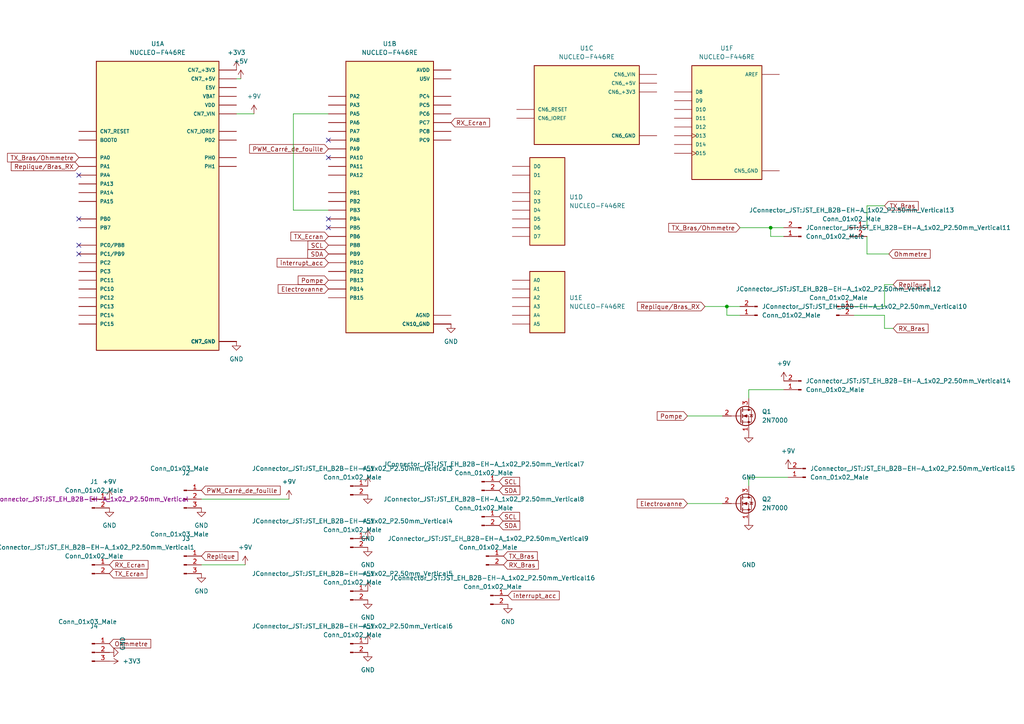
<source format=kicad_sch>
(kicad_sch (version 20211123) (generator eeschema)
  (paper "A4")
  (lib_symbols
    (symbol "Connector:Conn_01x02_Male" (pin_names (offset 1.016) hide)
      (property "Reference" "J" (at 0 2.54 0))
      (property "Value" "Conn_01x02_Male" (at 0 -5.08 0))
      (symbol "Conn_01x02_Male_1_1"
        (polyline (pts (xy 1.27 -2.54) (xy 0.8636 -2.54)) (stroke (width 0.1524)))
        (polyline (pts (xy 1.27 0) (xy 0.8636 0)) (stroke (width 0.1524)))
        (rectangle (start 0.8636 -2.413) (end 0 -2.667) (stroke (width 0.1524)) (fill (type outline)))
        (rectangle (start 0.8636 0.127) (end 0 -0.127) (stroke (width 0.1524)) (fill (type outline)))
        (pin passive line (at 5.08 0 180) (length 3.81) (name "Pin_1") (number "1"))
        (pin passive line (at 5.08 -2.54 180) (length 3.81) (name "Pin_2") (number "2"))
      )
    )
    (symbol "Connector:Conn_01x03_Male" (pin_names (offset 1.016) hide)
      (property "Reference" "J" (at 0 5.08 0))
      (property "Value" "Conn_01x03_Male" (at 0 -5.08 0))
      (symbol "Conn_01x03_Male_1_1"
        (polyline (pts (xy 1.27 -2.54) (xy 0.8636 -2.54)) (stroke (width 0.1524)))
        (polyline (pts (xy 1.27 0) (xy 0.8636 0)) (stroke (width 0.1524)))
        (polyline (pts (xy 1.27 2.54) (xy 0.8636 2.54)) (stroke (width 0.1524)))
        (rectangle (start 0.8636 -2.413) (end 0 -2.667) (stroke (width 0.1524)) (fill (type outline)))
        (rectangle (start 0.8636 0.127) (end 0 -0.127) (stroke (width 0.1524)) (fill (type outline)))
        (rectangle (start 0.8636 2.667) (end 0 2.413) (stroke (width 0.1524)) (fill (type outline)))
        (pin passive line (at 5.08 2.54 180) (length 3.81) (name "Pin_1") (number "1"))
        (pin passive line (at 5.08 0 180) (length 3.81) (name "Pin_2") (number "2"))
        (pin passive line (at 5.08 -2.54 180) (length 3.81) (name "Pin_3") (number "3"))
      )
    )
    (symbol "NUCLEO-F446RE:NUCLEO-F446RE" (pin_numbers hide) (pin_names (offset 1.016))
      (property "Reference" "U" (at -17.78 41.91 0))
      (property "Value" "NUCLEO-F446RE" (at -17.78 -44.45 0))
      (symbol "NUCLEO-F446RE_1_0"
        (rectangle (start -17.78 -43.18) (end 17.78 40.64) (stroke (width 0.254)) (fill (type background)))
        (pin bidirectional line (at -22.86 -25.4 0) (length 5.08) (name "PC10") (number "CN7_1"))
        (pin bidirectional line (at 22.86 20.32 180) (length 5.08) (name "CN7_IOREF") (number "CN7_12"))
        (pin bidirectional line (at -22.86 5.08 0) (length 5.08) (name "PA13") (number "CN7_13"))
        (pin bidirectional line (at -22.86 20.32 0) (length 5.08) (name "CN7_RESET") (number "CN7_14"))
        (pin bidirectional line (at -22.86 2.54 0) (length 5.08) (name "PA14") (number "CN7_15"))
        (pin power_in line (at 22.86 38.1 180) (length 5.08) (name "CN7_+3V3") (number "CN7_16"))
        (pin bidirectional line (at -22.86 0 0) (length 5.08) (name "PA15") (number "CN7_17"))
        (pin power_in line (at 22.86 35.56 180) (length 5.08) (name "CN7_+5V") (number "CN7_18"))
        (pin power_in line (at 22.86 -40.64 180) (length 5.08) (name "CN7_GND") (number "CN7_19"))
        (pin bidirectional line (at -22.86 -22.86 0) (length 5.08) (name "PC11") (number "CN7_2"))
        (pin power_in line (at 22.86 -40.64 180) (length 5.08) (name "CN7_GND") (number "CN7_20"))
        (pin bidirectional line (at -22.86 -7.62 0) (length 5.08) (name "PB7") (number "CN7_21"))
        (pin power_in line (at 22.86 -40.64 180) (length 5.08) (name "CN7_GND") (number "CN7_22"))
        (pin bidirectional line (at -22.86 -30.48 0) (length 5.08) (name "PC13") (number "CN7_23"))
        (pin power_in line (at 22.86 25.4 180) (length 5.08) (name "CN7_VIN") (number "CN7_24"))
        (pin bidirectional line (at -22.86 -33.02 0) (length 5.08) (name "PC14") (number "CN7_25"))
        (pin bidirectional line (at -22.86 -35.56 0) (length 5.08) (name "PC15") (number "CN7_27"))
        (pin bidirectional line (at -22.86 12.7 0) (length 5.08) (name "PA0") (number "CN7_28"))
        (pin bidirectional line (at 22.86 12.7 180) (length 5.08) (name "PH0") (number "CN7_29"))
        (pin bidirectional line (at -22.86 -27.94 0) (length 5.08) (name "PC12") (number "CN7_3"))
        (pin bidirectional line (at -22.86 10.16 0) (length 5.08) (name "PA1") (number "CN7_30"))
        (pin bidirectional line (at 22.86 10.16 180) (length 5.08) (name "PH1") (number "CN7_31"))
        (pin bidirectional line (at -22.86 7.62 0) (length 5.08) (name "PA4") (number "CN7_32"))
        (pin power_in line (at 22.86 30.48 180) (length 5.08) (name "VBAT") (number "CN7_33"))
        (pin bidirectional line (at -22.86 -5.08 0) (length 5.08) (name "PB0") (number "CN7_34"))
        (pin bidirectional line (at -22.86 -17.78 0) (length 5.08) (name "PC2") (number "CN7_35"))
        (pin bidirectional line (at -22.86 -15.24 0) (length 5.08) (name "PC1/PB9") (number "CN7_36"))
        (pin bidirectional line (at -22.86 -20.32 0) (length 5.08) (name "PC3") (number "CN7_37"))
        (pin bidirectional line (at -22.86 -12.7 0) (length 5.08) (name "PC0/PB8") (number "CN7_38"))
        (pin bidirectional line (at 22.86 17.78 180) (length 5.08) (name "PD2") (number "CN7_4"))
        (pin power_in line (at 22.86 27.94 180) (length 5.08) (name "VDD") (number "CN7_5"))
        (pin power_in line (at 22.86 33.02 180) (length 5.08) (name "E5V") (number "CN7_6"))
        (pin bidirectional line (at -22.86 17.78 0) (length 5.08) (name "BOOT0") (number "CN7_7"))
        (pin power_in line (at 22.86 -40.64 180) (length 5.08) (name "CN7_GND") (number "CN7_8"))
      )
      (symbol "NUCLEO-F446RE_2_0"
        (rectangle (start -12.7 -40.64) (end 12.7 38.1) (stroke (width 0.254)) (fill (type background)))
        (pin bidirectional line (at 17.78 15.24 180) (length 5.08) (name "PC9") (number "CN10_1"))
        (pin bidirectional line (at -17.78 22.86 0) (length 5.08) (name "PA5") (number "CN10_11"))
        (pin bidirectional line (at -17.78 5.08 0) (length 5.08) (name "PA12") (number "CN10_12"))
        (pin bidirectional line (at -17.78 20.32 0) (length 5.08) (name "PA6") (number "CN10_13"))
        (pin bidirectional line (at -17.78 7.62 0) (length 5.08) (name "PA11") (number "CN10_14"))
        (pin bidirectional line (at -17.78 17.78 0) (length 5.08) (name "PA7") (number "CN10_15"))
        (pin bidirectional line (at -17.78 -22.86 0) (length 5.08) (name "PB12") (number "CN10_16"))
        (pin bidirectional line (at -17.78 -12.7 0) (length 5.08) (name "PB6") (number "CN10_17"))
        (pin bidirectional line (at 17.78 20.32 180) (length 5.08) (name "PC7") (number "CN10_19"))
        (pin bidirectional line (at 17.78 17.78 180) (length 5.08) (name "PC8") (number "CN10_2"))
        (pin power_in line (at 17.78 -38.1 180) (length 5.08) (name "CN10_GND") (number "CN10_20"))
        (pin bidirectional line (at -17.78 12.7 0) (length 5.08) (name "PA9") (number "CN10_21"))
        (pin bidirectional line (at -17.78 -2.54 0) (length 5.08) (name "PB2") (number "CN10_22"))
        (pin bidirectional line (at -17.78 15.24 0) (length 5.08) (name "PA8") (number "CN10_23"))
        (pin bidirectional line (at -17.78 0 0) (length 5.08) (name "PB1") (number "CN10_24"))
        (pin bidirectional line (at -17.78 -20.32 0) (length 5.08) (name "PB10") (number "CN10_25"))
        (pin bidirectional line (at -17.78 -30.48 0) (length 5.08) (name "PB15") (number "CN10_26"))
        (pin bidirectional line (at -17.78 -7.62 0) (length 5.08) (name "PB4") (number "CN10_27"))
        (pin bidirectional line (at -17.78 -27.94 0) (length 5.08) (name "PB14") (number "CN10_28"))
        (pin bidirectional line (at -17.78 -10.16 0) (length 5.08) (name "PB5") (number "CN10_29"))
        (pin bidirectional line (at -17.78 -15.24 0) (length 5.08) (name "PB8") (number "CN10_3"))
        (pin bidirectional line (at -17.78 -25.4 0) (length 5.08) (name "PB13") (number "CN10_30"))
        (pin bidirectional line (at -17.78 -5.08 0) (length 5.08) (name "PB3") (number "CN10_31"))
        (pin power_in line (at 17.78 -35.56 180) (length 5.08) (name "AGND") (number "CN10_32"))
        (pin bidirectional line (at -17.78 10.16 0) (length 5.08) (name "PA10") (number "CN10_33"))
        (pin bidirectional line (at 17.78 27.94 180) (length 5.08) (name "PC4") (number "CN10_34"))
        (pin bidirectional line (at -17.78 27.94 0) (length 5.08) (name "PA2") (number "CN10_35"))
        (pin bidirectional line (at -17.78 25.4 0) (length 5.08) (name "PA3") (number "CN10_37"))
        (pin bidirectional line (at 17.78 22.86 180) (length 5.08) (name "PC6") (number "CN10_4"))
        (pin bidirectional line (at -17.78 -17.78 0) (length 5.08) (name "PB9") (number "CN10_5"))
        (pin bidirectional line (at 17.78 25.4 180) (length 5.08) (name "PC5") (number "CN10_6"))
        (pin power_in line (at 17.78 35.56 180) (length 5.08) (name "AVDD") (number "CN10_7"))
        (pin power_in line (at 17.78 33.02 180) (length 5.08) (name "U5V") (number "CN10_8"))
        (pin power_in line (at 17.78 -38.1 180) (length 5.08) (name "CN10_GND") (number "CN10_9"))
      )
      (symbol "NUCLEO-F446RE_3_0"
        (rectangle (start -15.24 -12.7) (end 15.24 10.16) (stroke (width 0.254)) (fill (type background)))
        (pin bidirectional line (at -20.32 -5.08 0) (length 5.08) (name "CN6_IOREF") (number "CN6_2"))
        (pin bidirectional line (at -20.32 -2.54 0) (length 5.08) (name "CN6_RESET") (number "CN6_3"))
        (pin power_in line (at 20.32 2.54 180) (length 5.08) (name "CN6_+3V3") (number "CN6_4"))
        (pin power_in line (at 20.32 5.08 180) (length 5.08) (name "CN6_+5V") (number "CN6_5"))
        (pin power_in line (at 20.32 -10.16 180) (length 5.08) (name "CN6_GND") (number "CN6_6"))
        (pin power_in line (at 20.32 -10.16 180) (length 5.08) (name "CN6_GND") (number "CN6_7"))
        (pin power_in line (at 20.32 7.62 180) (length 5.08) (name "CN6_VIN") (number "CN6_8"))
      )
      (symbol "NUCLEO-F446RE_4_0"
        (rectangle (start -5.08 -12.7) (end 5.08 12.7) (stroke (width 0.254)) (fill (type background)))
        (pin input line (at -10.16 10.16 0) (length 5.08) (name "D0") (number "CN9_1"))
        (pin output line (at -10.16 7.62 0) (length 5.08) (name "D1") (number "CN9_2"))
        (pin bidirectional line (at -10.16 2.54 0) (length 5.08) (name "D2") (number "CN9_3"))
        (pin bidirectional line (at -10.16 0 0) (length 5.08) (name "D3") (number "CN9_4"))
        (pin bidirectional line (at -10.16 -2.54 0) (length 5.08) (name "D4") (number "CN9_5"))
        (pin bidirectional line (at -10.16 -5.08 0) (length 5.08) (name "D5") (number "CN9_6"))
        (pin bidirectional line (at -10.16 -7.62 0) (length 5.08) (name "D6") (number "CN9_7"))
        (pin bidirectional line (at -10.16 -10.16 0) (length 5.08) (name "D7") (number "CN9_8"))
      )
      (symbol "NUCLEO-F446RE_5_0"
        (rectangle (start -5.08 -10.16) (end 5.08 7.62) (stroke (width 0.254)) (fill (type background)))
        (pin input line (at -10.16 5.08 0) (length 5.08) (name "A0") (number "CN8_1"))
        (pin input line (at -10.16 2.54 0) (length 5.08) (name "A1") (number "CN8_2"))
        (pin input line (at -10.16 0 0) (length 5.08) (name "A2") (number "CN8_3"))
        (pin input line (at -10.16 -2.54 0) (length 5.08) (name "A3") (number "CN8_4"))
        (pin input line (at -10.16 -5.08 0) (length 5.08) (name "A4") (number "CN8_5"))
        (pin input line (at -10.16 -7.62 0) (length 5.08) (name "A5") (number "CN8_6"))
      )
      (symbol "NUCLEO-F446RE_6_0"
        (rectangle (start -10.16 -17.78) (end 10.16 15.24) (stroke (width 0.254)) (fill (type background)))
        (pin bidirectional line (at -15.24 7.62 0) (length 5.08) (name "D8") (number "CN5_1"))
        (pin bidirectional clock (at -15.24 -10.16 0) (length 5.08) (name "D15") (number "CN5_10"))
        (pin bidirectional line (at -15.24 5.08 0) (length 5.08) (name "D9") (number "CN5_2"))
        (pin bidirectional line (at -15.24 2.54 0) (length 5.08) (name "D10") (number "CN5_3"))
        (pin bidirectional line (at -15.24 0 0) (length 5.08) (name "D11") (number "CN5_4"))
        (pin bidirectional line (at -15.24 -2.54 0) (length 5.08) (name "D12") (number "CN5_5"))
        (pin bidirectional clock (at -15.24 -5.08 0) (length 5.08) (name "D13") (number "CN5_6"))
        (pin power_in line (at 15.24 -15.24 180) (length 5.08) (name "CN5_GND") (number "CN5_7"))
        (pin power_in line (at 15.24 12.7 180) (length 5.08) (name "AREF") (number "CN5_8"))
        (pin bidirectional line (at -15.24 -7.62 0) (length 5.08) (name "D14") (number "CN5_9"))
      )
    )
    (symbol "Transistor_FET:2N7000" (pin_names hide)
      (property "Reference" "Q" (at 5.08 1.905 0))
      (property "Value" "2N7000" (at 5.08 0 0))
      (symbol "2N7000_0_1"
        (polyline (pts (xy 0.254 0) (xy -2.54 0)))
        (polyline (pts (xy 0.254 1.905) (xy 0.254 -1.905)) (stroke (width 0.254)))
        (polyline (pts (xy 0.762 -1.27) (xy 0.762 -2.286)) (stroke (width 0.254)))
        (polyline (pts (xy 0.762 0.508) (xy 0.762 -0.508)) (stroke (width 0.254)))
        (polyline (pts (xy 0.762 2.286) (xy 0.762 1.27)) (stroke (width 0.254)))
        (polyline (pts (xy 2.54 2.54) (xy 2.54 1.778)))
        (polyline (pts (xy 2.54 -2.54) (xy 2.54 0) (xy 0.762 0)))
        (polyline (pts (xy 0.762 -1.778) (xy 3.302 -1.778) (xy 3.302 1.778) (xy 0.762 1.778)))
        (polyline (pts (xy 1.016 0) (xy 2.032 0.381) (xy 2.032 -0.381) (xy 1.016 0)) (fill (type outline)))
        (polyline (pts (xy 2.794 0.508) (xy 2.921 0.381) (xy 3.683 0.381) (xy 3.81 0.254)))
        (polyline (pts (xy 3.302 0.381) (xy 2.921 -0.254) (xy 3.683 -0.254) (xy 3.302 0.381)))
        (circle (center 1.651 0) (radius 2.794) (stroke (width 0.254)))
        (circle (center 2.54 -1.778) (radius 0.254) (fill (type outline)))
        (circle (center 2.54 1.778) (radius 0.254) (fill (type outline)))
      )
      (symbol "2N7000_1_1"
        (pin passive line (at 2.54 -5.08 90) (length 2.54) (name "S") (number "1"))
        (pin input line (at -5.08 0 0) (length 2.54) (name "G") (number "2"))
        (pin passive line (at 2.54 5.08 270) (length 2.54) (name "D") (number "3"))
      )
    )
    (symbol "power:+3.3V" (power) (pin_names (offset 0))
      (property "Value" "+3.3V" (at 0 3.556 0))
      (symbol "+3.3V_0_1"
        (polyline (pts (xy -0.762 1.27) (xy 0 2.54)))
        (polyline (pts (xy 0 0) (xy 0 2.54)))
        (polyline (pts (xy 0 2.54) (xy 0.762 1.27)))
      )
      (symbol "+3.3V_1_1"
        (pin power_in line (at 0 0 90) (length 0) hide (name "+3V3") (number "1"))
      )
    )
    (symbol "power:+5V" (power) (pin_names (offset 0))
      (property "Value" "+5V" (at 0 3.556 0))
      (symbol "+5V_0_1"
        (polyline (pts (xy -0.762 1.27) (xy 0 2.54)))
        (polyline (pts (xy 0 0) (xy 0 2.54)))
        (polyline (pts (xy 0 2.54) (xy 0.762 1.27)))
      )
      (symbol "+5V_1_1"
        (pin power_in line (at 0 0 90) (length 0) hide (name "+5V") (number "1"))
      )
    )
    (symbol "power:+9V" (power) (pin_names (offset 0))
      (property "Value" "+9V" (at 0 3.556 0))
      (symbol "+9V_0_1"
        (polyline (pts (xy -0.762 1.27) (xy 0 2.54)))
        (polyline (pts (xy 0 0) (xy 0 2.54)))
        (polyline (pts (xy 0 2.54) (xy 0.762 1.27)))
      )
      (symbol "+9V_1_1"
        (pin power_in line (at 0 0 90) (length 0) hide (name "+9V") (number "1"))
      )
    )
    (symbol "power:GND" (power) (pin_names (offset 0))
      (property "Value" "GND" (at 0 -3.81 0))
      (symbol "GND_0_1"
        (polyline (pts (xy 0 0) (xy 0 -1.27) (xy 1.27 -1.27) (xy 0 -2.54) (xy -1.27 -1.27) (xy 0 -1.27)))
      )
      (symbol "GND_1_1"
        (pin power_in line (at 0 0 270) (length 0) hide (name "GND") (number "1"))
      )
    )
  )
  (junction (at 223.52 66.04))
  (junction (at 210.82 88.9))
  (no_connect (at 95.25 63.5))
  (no_connect (at 22.86 63.5))
  (no_connect (at 22.86 73.66))
  (no_connect (at 22.86 71.12))
  (no_connect (at 22.86 50.8))
  (no_connect (at 95.25 66.04))
  (no_connect (at 95.25 40.64))
  (no_connect (at 95.25 45.72))
  (wire (pts (xy 256.54 59.69) (xy 251.46 59.69)))
  (wire (pts (xy 85.09 33.02) (xy 95.25 33.02)))
  (wire (pts (xy 217.17 115.57) (xy 217.17 113.03)))
  (wire (pts (xy 217.17 140.97) (xy 217.17 138.43)))
  (wire (pts (xy 259.08 95.25) (xy 256.54 95.25)))
  (wire (pts (xy 251.46 59.69) (xy 251.46 66.04)))
  (wire (pts (xy 223.52 68.58) (xy 223.52 66.04)))
  (wire (pts (xy 95.25 60.96) (xy 85.09 60.96)))
  (wire (pts (xy 257.81 73.66) (xy 251.46 73.66)))
  (wire (pts (xy 58.42 144.78) (xy 83.82 144.78)))
  (wire (pts (xy 214.63 91.44) (xy 210.82 91.44)))
  (wire (pts (xy 199.39 120.65) (xy 209.55 120.65)))
  (wire (pts (xy 256.54 82.55) (xy 259.08 82.55)))
  (wire (pts (xy 223.52 66.04) (xy 227.33 66.04)))
  (wire (pts (xy 58.42 163.83) (xy 71.12 163.83)))
  (wire (pts (xy 247.65 91.44) (xy 256.54 91.44)))
  (wire (pts (xy 227.33 68.58) (xy 223.52 68.58)))
  (wire (pts (xy 247.65 88.9) (xy 256.54 88.9)))
  (wire (pts (xy 210.82 88.9) (xy 214.63 88.9)))
  (wire (pts (xy 256.54 95.25) (xy 256.54 91.44)))
  (wire (pts (xy 204.47 88.9) (xy 210.82 88.9)))
  (wire (pts (xy 256.54 88.9) (xy 256.54 82.55)))
  (wire (pts (xy 69.85 22.86) (xy 68.58 22.86)))
  (wire (pts (xy 210.82 91.44) (xy 210.82 88.9)))
  (wire (pts (xy 199.39 146.05) (xy 209.55 146.05)))
  (wire (pts (xy 214.63 66.04) (xy 223.52 66.04)))
  (wire (pts (xy 217.17 113.03) (xy 227.33 113.03)))
  (wire (pts (xy 217.17 138.43) (xy 228.6 138.43)))
  (wire (pts (xy 85.09 60.96) (xy 85.09 33.02)))
  (wire (pts (xy 73.66 33.02) (xy 68.58 33.02)))
  (wire (pts (xy 251.46 73.66) (xy 251.46 68.58)))
  (global_label "PWM_Carré_de_fouille" (shape input) (at 95.25 43.18 180) (property "Intersheet References" "${INTERSHEET_REFS}" (effects hide)))
  (global_label "SDA" (shape input) (at 144.78 142.24 0) (property "Intersheet References" "${INTERSHEET_REFS}" (effects hide)))
  (global_label "RX_Ecran" (shape input) (at 31.75 163.83 0) (property "Intersheet References" "${INTERSHEET_REFS}" (effects hide)))
  (global_label "RX_Ecran" (shape input) (at 130.81 35.56 0) (property "Intersheet References" "${INTERSHEET_REFS}" (effects hide)))
  (global_label "RX_Bras" (shape input) (at 259.08 95.25 0) (property "Intersheet References" "${INTERSHEET_REFS}" (effects hide)))
  (global_label "Pompe" (shape input) (at 199.39 120.65 180) (property "Intersheet References" "${INTERSHEET_REFS}" (effects hide)))
  (global_label "TX_Ecran" (shape input) (at 95.25 68.58 180) (property "Intersheet References" "${INTERSHEET_REFS}" (effects hide)))
  (global_label "Replique" (shape input) (at 259.08 82.55 0) (property "Intersheet References" "${INTERSHEET_REFS}" (effects hide)))
  (global_label "interrupt_acc" (shape input) (at 95.25 76.2 180) (property "Intersheet References" "${INTERSHEET_REFS}" (effects hide)))
  (global_label "Ohmmetre" (shape input) (at 31.75 186.69 0) (property "Intersheet References" "${INTERSHEET_REFS}" (effects hide)))
  (global_label "Replique{slash}Bras_RX" (shape input) (at 204.47 88.9 180) (property "Intersheet References" "${INTERSHEET_REFS}" (effects hide)))
  (global_label "Pompe" (shape input) (at 95.25 81.28 180) (property "Intersheet References" "${INTERSHEET_REFS}" (effects hide)))
  (global_label "SDA" (shape input) (at 95.25 73.66 180) (property "Intersheet References" "${INTERSHEET_REFS}" (effects hide)))
  (global_label "TX_Bras{slash}Ohmmetre" (shape input) (at 214.63 66.04 180) (property "Intersheet References" "${INTERSHEET_REFS}" (effects hide)))
  (global_label "Ohmmetre" (shape input) (at 257.81 73.66 0) (property "Intersheet References" "${INTERSHEET_REFS}" (effects hide)))
  (global_label "SCL" (shape input) (at 144.78 139.7 0) (property "Intersheet References" "${INTERSHEET_REFS}" (effects hide)))
  (global_label "RX_Bras" (shape input) (at 146.05 163.83 0) (property "Intersheet References" "${INTERSHEET_REFS}" (effects hide)))
  (global_label "SCL" (shape input) (at 144.78 149.86 0) (property "Intersheet References" "${INTERSHEET_REFS}" (effects hide)))
  (global_label "Replique" (shape input) (at 58.42 161.29 0) (property "Intersheet References" "${INTERSHEET_REFS}" (effects hide)))
  (global_label "SDA" (shape input) (at 144.78 152.4 0) (property "Intersheet References" "${INTERSHEET_REFS}" (effects hide)))
  (global_label "SCL" (shape input) (at 95.25 71.12 180) (property "Intersheet References" "${INTERSHEET_REFS}" (effects hide)))
  (global_label "Electrovanne" (shape input) (at 95.25 83.82 180) (property "Intersheet References" "${INTERSHEET_REFS}" (effects hide)))
  (global_label "TX_Bras{slash}Ohmmetre" (shape input) (at 22.86 45.72 180) (property "Intersheet References" "${INTERSHEET_REFS}" (effects hide)))
  (global_label "TX_Bras" (shape input) (at 146.05 161.29 0) (property "Intersheet References" "${INTERSHEET_REFS}" (effects hide)))
  (global_label "Electrovanne" (shape input) (at 199.39 146.05 180) (property "Intersheet References" "${INTERSHEET_REFS}" (effects hide)))
  (global_label "TX_Bras" (shape input) (at 256.54 59.69 0) (property "Intersheet References" "${INTERSHEET_REFS}" (effects hide)))
  (global_label "TX_Ecran" (shape input) (at 31.75 166.37 0) (property "Intersheet References" "${INTERSHEET_REFS}" (effects hide)))
  (global_label "interrupt_acc" (shape input) (at 147.32 172.72 0) (property "Intersheet References" "${INTERSHEET_REFS}" (effects hide)))
  (global_label "PWM_Carré_de_fouille" (shape input) (at 58.42 142.24 0) (property "Intersheet References" "${INTERSHEET_REFS}" (effects hide)))
  (global_label "Replique{slash}Bras_RX" (shape input) (at 22.86 48.26 180) (property "Intersheet References" "${INTERSHEET_REFS}" (effects hide)))
  (symbol (lib_id "power:GND") (at 147.32 175.26 0) (unit 1)
    (property "Reference" "#PWR0126" (effects hide))
    (property "Value" "GND" (at 147.32 180.34 0))
  )
  (symbol (lib_id "power:+9V") (at 83.82 144.78 0) (unit 1)
    (property "Reference" "#PWR0111" (effects hide))
    (property "Value" "+9V" (at 83.82 139.7 0))
  )
  (symbol (lib_id "Connector:Conn_01x02_Male") (at 101.6 171.45 0) (unit 1)
    (property "Reference" "JConnector_JST:JST_EH_B2B-EH-A_1x02_P2.50mm_Vertical5" (at 102.235 166.37 0))
    (property "Value" "Conn_01x02_Male" (at 102.235 168.91 0))
    (property "Footprint" "Connector_JST:JST_EH_B2B-EH-A_1x02_P2.50mm_Vertical" (effects hide))
  )
  (symbol (lib_id "power:+3.3V") (at 68.58 20.32 0) (unit 1)
    (property "Reference" "#PWR0110" (effects hide))
    (property "Value" "+3.3V" (at 68.58 15.24 0))
  )
  (symbol (lib_id "NUCLEO-F446RE:NUCLEO-F446RE") (at 45.72 58.42 0) (unit 1)
    (property "Reference" "U1" (at 45.72 12.7 0))
    (property "Value" "NUCLEO-F446RE" (at 45.72 15.24 0))
    (property "Footprint" "F466RE:MODULE_NUCLEO-F446RE" (effects hide))
    (property "MANUFACTURER" "STMicroelectronics" (effects hide))
    (property "PARTREV" "13" (effects hide))
    (property "STANDARD" "Manufacturer Recommendations" (effects hide))
  )
  (symbol (lib_id "power:+5V") (at 106.68 140.97 0) (unit 1)
    (property "Reference" "#PWR0104" (effects hide))
    (property "Value" "+5V" (at 106.68 135.89 0))
  )
  (symbol (lib_id "power:GND") (at 58.42 166.37 0) (unit 1)
    (property "Reference" "#PWR0114" (effects hide))
    (property "Value" "GND" (at 58.42 171.45 0))
  )
  (symbol (lib_id "Connector:Conn_01x02_Male") (at 219.71 91.44 180) (unit 1)
    (property "Reference" "JConnector_JST:JST_EH_B2B-EH-A_1x02_P2.50mm_Vertical10" (at 220.98 88.8999 0) (effects (justify right)))
    (property "Value" "Conn_01x02_Male" (at 220.98 91.4399 0) (effects (justify right)))
    (property "Footprint" "Connector_PinHeader_2.54mm:PinHeader_1x02_P2.54mm_Vertical" (effects hide))
  )
  (symbol (lib_id "NUCLEO-F446RE:NUCLEO-F446RE") (at 158.75 86.36 0) (unit 5)
    (property "Reference" "U1" (at 165.1 86.3599 0) (effects (justify left)))
    (property "Value" "NUCLEO-F446RE" (at 165.1 88.8999 0) (effects (justify left)))
    (property "Footprint" "F466RE:MODULE_NUCLEO-F446RE" (effects hide))
    (property "MANUFACTURER" "STMicroelectronics" (effects hide))
    (property "PARTREV" "13" (effects hide))
    (property "STANDARD" "Manufacturer Recommendations" (effects hide))
  )
  (symbol (lib_id "power:GND") (at 106.68 189.23 0) (unit 1)
    (property "Reference" "#PWR0105" (effects hide))
    (property "Value" "GND" (at 106.68 194.31 0))
  )
  (symbol (lib_id "power:GND") (at 106.68 143.51 0) (unit 1)
    (property "Reference" "#PWR0103" (effects hide))
    (property "Value" "GND" (at 106.68 156.21 0))
  )
  (symbol (lib_id "power:+9V") (at 73.66 33.02 0) (unit 1)
    (property "Reference" "#PWR0116" (effects hide))
    (property "Value" "+9V" (at 73.66 27.94 0))
  )
  (symbol (lib_id "Connector:Conn_01x02_Male") (at 140.97 161.29 0) (unit 1)
    (property "Reference" "JConnector_JST:JST_EH_B2B-EH-A_1x02_P2.50mm_Vertical9" (at 141.605 156.21 0))
    (property "Value" "Conn_01x02_Male" (at 141.605 158.75 0))
    (property "Footprint" "Connector_JST:JST_EH_B2B-EH-A_1x02_P2.50mm_Vertical" (effects hide))
  )
  (symbol (lib_id "power:GND") (at 68.58 99.06 0) (unit 1)
    (property "Reference" "#PWR0106" (effects hide))
    (property "Value" "GND" (at 68.58 104.14 0))
  )
  (symbol (lib_id "Connector:Conn_01x02_Male") (at 246.38 66.04 0) (unit 1)
    (property "Reference" "JConnector_JST:JST_EH_B2B-EH-A_1x02_P2.50mm_Vertical13" (at 247.015 60.96 0))
    (property "Value" "Conn_01x02_Male" (at 247.015 63.5 0))
    (property "Footprint" "Connector_PinHeader_2.54mm:PinHeader_1x02_P2.54mm_Vertical" (effects hide))
  )
  (symbol (lib_id "Connector:Conn_01x02_Male") (at 242.57 88.9 0) (unit 1)
    (property "Reference" "JConnector_JST:JST_EH_B2B-EH-A_1x02_P2.50mm_Vertical12" (at 243.205 83.82 0))
    (property "Value" "Conn_01x02_Male" (at 243.205 86.36 0))
    (property "Footprint" "Connector_PinHeader_2.54mm:PinHeader_1x02_P2.54mm_Vertical" (effects hide))
  )
  (symbol (lib_id "Connector:Conn_01x02_Male") (at 26.67 163.83 0) (unit 1)
    (property "Reference" "JConnector_JST:JST_EH_B2B-EH-A_1x02_P2.50mm_Vertical1" (at 27.305 158.75 0))
    (property "Value" "Conn_01x02_Male" (at 27.305 161.29 0))
    (property "Footprint" "Connector_JST:JST_EH_B2B-EH-A_1x02_P2.50mm_Vertical" (effects hide))
  )
  (symbol (lib_id "Connector:Conn_01x02_Male") (at 139.7 139.7 0) (unit 1)
    (property "Reference" "JConnector_JST:JST_EH_B2B-EH-A_1x02_P2.50mm_Vertical7" (at 140.335 134.62 0))
    (property "Value" "Conn_01x02_Male" (at 140.335 137.16 0))
    (property "Footprint" "Connector_JST:JST_EH_B2B-EH-A_1x02_P2.50mm_Vertical" (effects hide))
  )
  (symbol (lib_id "power:GND") (at 31.75 147.32 0) (unit 1)
    (property "Reference" "#PWR0108" (effects hide))
    (property "Value" "GND" (at 31.75 152.4 0))
  )
  (symbol (lib_id "power:GND") (at 130.81 93.98 0) (unit 1)
    (property "Reference" "#PWR0107" (effects hide))
    (property "Value" "GND" (at 130.81 99.06 0))
  )
  (symbol (lib_id "power:+3.3V") (at 31.75 191.77 270) (unit 1)
    (property "Reference" "#PWR0125" (effects hide))
    (property "Value" "+3.3V" (at 35.56 191.7699 90) (effects (justify left)))
  )
  (symbol (lib_id "Connector:Conn_01x02_Male") (at 101.6 186.69 0) (unit 1)
    (property "Reference" "JConnector_JST:JST_EH_B2B-EH-A_1x02_P2.50mm_Vertical6" (at 102.235 181.61 0))
    (property "Value" "Conn_01x02_Male" (at 102.235 184.15 0))
    (property "Footprint" "Connector_JST:JST_EH_B2B-EH-A_1x02_P2.50mm_Vertical" (effects hide))
  )
  (symbol (lib_id "power:+5V") (at 106.68 186.69 0) (unit 1)
    (property "Reference" "#PWR0117" (effects hide))
    (property "Value" "+5V" (at 106.68 181.61 0))
  )
  (symbol (lib_id "NUCLEO-F446RE:NUCLEO-F446RE") (at 170.18 29.21 0) (unit 3)
    (property "Reference" "U1" (at 170.18 13.97 0))
    (property "Value" "NUCLEO-F446RE" (at 170.18 16.51 0))
    (property "Footprint" "F466RE:MODULE_NUCLEO-F446RE" (effects hide))
    (property "MANUFACTURER" "STMicroelectronics" (effects hide))
    (property "PARTREV" "13" (effects hide))
    (property "STANDARD" "Manufacturer Recommendations" (effects hide))
  )
  (symbol (lib_id "Connector:Conn_01x02_Male") (at 26.67 144.78 0) (unit 1)
    (property "Reference" "J1" (at 27.305 139.7 0))
    (property "Value" "Conn_01x02_Male" (at 27.305 142.24 0))
    (property "Footprint" "Connector_JST:JST_EH_B2B-EH-A_1x02_P2.50mm_Vertical" (at 26.67 144.78 0))
  )
  (symbol (lib_id "NUCLEO-F446RE:NUCLEO-F446RE") (at 113.03 55.88 0) (unit 2)
    (property "Reference" "U1" (at 113.03 12.7 0))
    (property "Value" "NUCLEO-F446RE" (at 113.03 15.24 0))
    (property "Footprint" "F466RE:MODULE_NUCLEO-F446RE" (effects hide))
    (property "MANUFACTURER" "STMicroelectronics" (effects hide))
    (property "PARTREV" "13" (effects hide))
    (property "STANDARD" "Manufacturer Recommendations" (effects hide))
  )
  (symbol (lib_id "power:+9V") (at 227.33 110.49 0) (unit 1)
    (property "Reference" "#PWR0122" (effects hide))
    (property "Value" "+9V" (at 227.33 105.41 0))
  )
  (symbol (lib_id "power:+9V") (at 71.12 163.83 0) (unit 1)
    (property "Reference" "#PWR0112" (effects hide))
    (property "Value" "+9V" (at 71.12 158.75 0))
  )
  (symbol (lib_id "Connector:Conn_01x02_Male") (at 101.6 140.97 0) (unit 1)
    (property "Reference" "JConnector_JST:JST_EH_B2B-EH-A_1x02_P2.50mm_Vertical3" (at 102.235 135.89 0))
    (property "Value" "Conn_01x02_Male" (at 102.235 138.43 0))
    (property "Footprint" "Connector_JST:JST_EH_B2B-EH-A_1x02_P2.50mm_Vertical" (effects hide))
  )
  (symbol (lib_id "Transistor_FET:2N7000") (at 214.63 120.65 0) (unit 1)
    (property "Reference" "Q1" (at 220.98 119.3799 0) (effects (justify left)))
    (property "Value" "2N7000" (at 220.98 121.9199 0) (effects (justify left)))
    (property "Footprint" "Package_TO_SOT_THT:TO-220-3_Vertical" (effects hide))
    (property "Datasheet" "https://www.onsemi.com/pub/Collateral/NDS7002A-D.PDF" (effects hide))
  )
  (symbol (lib_id "Transistor_FET:2N7000") (at 214.63 146.05 0) (unit 1)
    (property "Reference" "Q2" (at 220.98 144.7799 0) (effects (justify left)))
    (property "Value" "2N7000" (at 220.98 147.3199 0) (effects (justify left)))
    (property "Footprint" "Package_TO_SOT_THT:TO-220-3_Vertical" (effects hide))
    (property "Datasheet" "https://www.onsemi.com/pub/Collateral/NDS7002A-D.PDF" (effects hide))
  )
  (symbol (lib_id "Connector:Conn_01x03_Male") (at 26.67 189.23 0) (unit 1)
    (property "Reference" "J4" (at 27.305 181.61 0))
    (property "Value" "Conn_01x03_Male" (at 25.4 180.34 0))
    (property "Footprint" "Connector_JST:JST_EH_B3B-EH-A_1x03_P2.50mm_Vertical" (effects hide))
  )
  (symbol (lib_id "power:+9V") (at 228.6 135.89 0) (unit 1)
    (property "Reference" "#PWR0123" (effects hide))
    (property "Value" "+9V" (at 228.6 130.81 0))
  )
  (symbol (lib_id "Connector:Conn_01x02_Male") (at 139.7 149.86 0) (unit 1)
    (property "Reference" "JConnector_JST:JST_EH_B2B-EH-A_1x02_P2.50mm_Vertical8" (at 140.335 144.78 0))
    (property "Value" "Conn_01x02_Male" (at 140.335 147.32 0))
    (property "Footprint" "Connector_JST:JST_EH_B2B-EH-A_1x02_P2.50mm_Vertical" (effects hide))
  )
  (symbol (lib_id "power:GND") (at 106.68 173.99 0) (unit 1)
    (property "Reference" "#PWR0118" (effects hide))
    (property "Value" "GND" (at 106.68 179.07 0))
  )
  (symbol (lib_id "Connector:Conn_01x02_Male") (at 232.41 68.58 180) (unit 1)
    (property "Reference" "JConnector_JST:JST_EH_B2B-EH-A_1x02_P2.50mm_Vertical11" (at 233.68 66.0399 0) (effects (justify right)))
    (property "Value" "Conn_01x02_Male" (at 233.68 68.5799 0) (effects (justify right)))
    (property "Footprint" "Connector_PinHeader_2.54mm:PinHeader_1x02_P2.54mm_Vertical" (effects hide))
  )
  (symbol (lib_id "Connector:Conn_01x02_Male") (at 233.68 138.43 180) (unit 1)
    (property "Reference" "JConnector_JST:JST_EH_B2B-EH-A_1x02_P2.50mm_Vertical15" (at 234.95 135.8899 0) (effects (justify right)))
    (property "Value" "Conn_01x02_Male" (at 234.95 138.4299 0) (effects (justify right)))
    (property "Footprint" "Connector_JST:JST_EH_B2B-EH-A_1x02_P2.50mm_Vertical" (effects hide))
  )
  (symbol (lib_id "power:GND") (at 58.42 147.32 0) (unit 1)
    (property "Reference" "#PWR0113" (effects hide))
    (property "Value" "GND" (at 58.42 152.4 0))
  )
  (symbol (lib_id "power:GND") (at 106.68 158.75 0) (unit 1)
    (property "Reference" "#PWR0120" (effects hide))
    (property "Value" "GND" (at 106.68 163.83 0))
  )
  (symbol (lib_id "power:GND") (at 31.75 189.23 90) (unit 1)
    (property "Reference" "#PWR0115" (effects hide))
    (property "Value" "GND" (at 35.56 186.69 0))
  )
  (symbol (lib_id "NUCLEO-F446RE:NUCLEO-F446RE") (at 210.82 34.29 0) (unit 6)
    (property "Reference" "U1" (at 210.82 13.97 0))
    (property "Value" "NUCLEO-F446RE" (at 210.82 16.51 0))
    (property "Footprint" "F466RE:MODULE_NUCLEO-F446RE" (effects hide))
    (property "MANUFACTURER" "STMicroelectronics" (effects hide))
    (property "PARTREV" "13" (effects hide))
    (property "STANDARD" "Manufacturer Recommendations" (effects hide))
  )
  (symbol (lib_id "power:+9V") (at 31.75 144.78 0) (unit 1)
    (property "Reference" "#PWR0109" (effects hide))
    (property "Value" "+9V" (at 31.75 139.7 0))
  )
  (symbol (lib_id "power:GND") (at 217.17 151.13 0) (unit 1)
    (property "Reference" "#PWR0121" (effects hide))
    (property "Value" "GND" (at 217.17 163.83 0))
  )
  (symbol (lib_id "power:GND") (at 217.17 125.73 0) (unit 1)
    (property "Reference" "#PWR0124" (effects hide))
    (property "Value" "GND" (at 217.17 138.43 0))
  )
  (symbol (lib_id "Connector:Conn_01x03_Male") (at 53.34 163.83 0) (unit 1)
    (property "Reference" "J3" (at 53.975 156.21 0))
    (property "Value" "Conn_01x03_Male" (at 52.07 154.94 0))
    (property "Footprint" "Connector_JST:JST_EH_B3B-EH-A_1x03_P2.50mm_Vertical" (effects hide))
  )
  (symbol (lib_id "power:+5V") (at 69.85 22.86 0) (unit 1)
    (property "Reference" "#PWR0101" (effects hide))
    (property "Value" "+5V" (at 69.85 17.78 0))
  )
  (symbol (lib_id "Connector:Conn_01x02_Male") (at 142.24 172.72 0) (unit 1)
    (property "Reference" "JConnector_JST:JST_EH_B2B-EH-A_1x02_P2.50mm_Vertical16" (at 142.875 167.64 0))
    (property "Value" "Conn_01x02_Male" (at 142.875 170.18 0))
    (property "Footprint" "Connector_JST:JST_EH_B2B-EH-A_1x02_P2.50mm_Vertical" (effects hide))
  )
  (symbol (lib_id "NUCLEO-F446RE:NUCLEO-F446RE") (at 158.75 58.42 0) (unit 4)
    (property "Reference" "U1" (at 165.1 57.1499 0) (effects (justify left)))
    (property "Value" "NUCLEO-F446RE" (at 165.1 59.6899 0) (effects (justify left)))
    (property "Footprint" "F466RE:MODULE_NUCLEO-F446RE" (effects hide))
    (property "MANUFACTURER" "STMicroelectronics" (effects hide))
    (property "PARTREV" "13" (effects hide))
    (property "STANDARD" "Manufacturer Recommendations" (effects hide))
  )
  (symbol (lib_id "Connector:Conn_01x02_Male") (at 101.6 156.21 0) (unit 1)
    (property "Reference" "JConnector_JST:JST_EH_B2B-EH-A_1x02_P2.50mm_Vertical4" (at 102.235 151.13 0))
    (property "Value" "Conn_01x02_Male" (at 102.235 153.67 0))
    (property "Footprint" "Connector_JST:JST_EH_B2B-EH-A_1x02_P2.50mm_Vertical" (effects hide))
  )
  (symbol (lib_id "power:+5V") (at 106.68 171.45 0) (unit 1)
    (property "Reference" "#PWR0119" (effects hide))
    (property "Value" "+5V" (at 106.68 166.37 0))
  )
  (symbol (lib_id "power:+5V") (at 106.68 156.21 0) (unit 1)
    (property "Reference" "#PWR0102" (effects hide))
    (property "Value" "+5V" (at 106.68 151.13 0))
  )
  (symbol (lib_id "Connector:Conn_01x02_Male") (at 232.41 113.03 180) (unit 1)
    (property "Reference" "JConnector_JST:JST_EH_B2B-EH-A_1x02_P2.50mm_Vertical14" (at 233.68 110.4899 0) (effects (justify right)))
    (property "Value" "Conn_01x02_Male" (at 233.68 113.0299 0) (effects (justify right)))
    (property "Footprint" "Connector_JST:JST_EH_B2B-EH-A_1x02_P2.50mm_Vertical" (effects hide))
  )
  (symbol (lib_id "Connector:Conn_01x03_Male") (at 53.34 144.78 0) (unit 1)
    (property "Reference" "J2" (at 53.975 137.16 0))
    (property "Value" "Conn_01x03_Male" (at 52.07 135.89 0))
    (property "Footprint" "Connector_JST:JST_EH_B3B-EH-A_1x03_P2.50mm_Vertical" (effects hide))
  )
)
</source>
